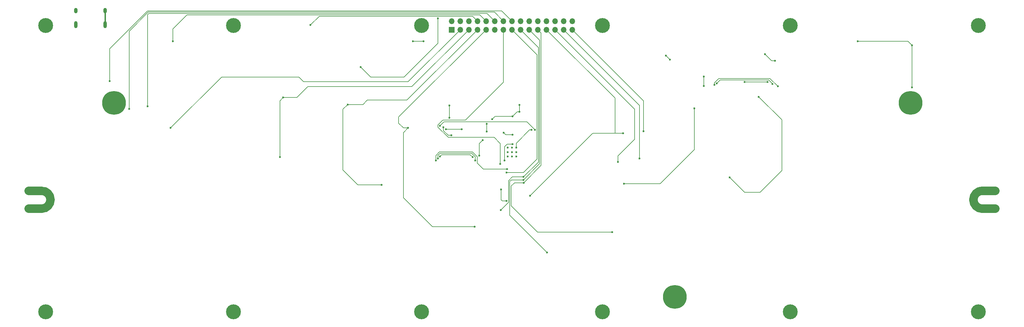
<source format=gtl>
%TF.GenerationSoftware,KiCad,Pcbnew,(5.1.10)-1*%
%TF.CreationDate,2022-02-26T14:39:07-08:00*%
%TF.ProjectId,keefighter,6b656566-6967-4687-9465-722e6b696361,rev?*%
%TF.SameCoordinates,Original*%
%TF.FileFunction,Copper,L1,Top*%
%TF.FilePolarity,Positive*%
%FSLAX46Y46*%
G04 Gerber Fmt 4.6, Leading zero omitted, Abs format (unit mm)*
G04 Created by KiCad (PCBNEW (5.1.10)-1) date 2022-02-26 14:39:07*
%MOMM*%
%LPD*%
G01*
G04 APERTURE LIST*
%TA.AperFunction,EtchedComponent*%
%ADD10C,2.501900*%
%TD*%
%TA.AperFunction,ComponentPad*%
%ADD11C,7.001300*%
%TD*%
%TA.AperFunction,ComponentPad*%
%ADD12C,7.000240*%
%TD*%
%TA.AperFunction,ComponentPad*%
%ADD13C,1.000000*%
%TD*%
%TA.AperFunction,ComponentPad*%
%ADD14C,4.400000*%
%TD*%
%TA.AperFunction,ComponentPad*%
%ADD15O,1.000000X2.100000*%
%TD*%
%TA.AperFunction,ComponentPad*%
%ADD16O,1.000000X1.600000*%
%TD*%
%TA.AperFunction,ComponentPad*%
%ADD17R,1.700000X1.700000*%
%TD*%
%TA.AperFunction,ComponentPad*%
%ADD18O,1.700000X1.700000*%
%TD*%
%TA.AperFunction,ComponentPad*%
%ADD19C,0.600000*%
%TD*%
%TA.AperFunction,ViaPad*%
%ADD20C,0.600000*%
%TD*%
%TA.AperFunction,Conductor*%
%ADD21C,0.200000*%
%TD*%
%TA.AperFunction,Conductor*%
%ADD22C,0.400000*%
%TD*%
G04 APERTURE END LIST*
D10*
X66517003Y-150965590D02*
X70317003Y-150965590D01*
X66517003Y-156267490D02*
X70317003Y-156267490D01*
X347717003Y-156267490D02*
X351567003Y-156267490D01*
X347717003Y-150965590D02*
X351517003Y-150965590D01*
X347717003Y-156267490D02*
G75*
G02*
X345066053Y-153616540I0J2650950D01*
G01*
X345066053Y-153616540D02*
G75*
G02*
X347717003Y-150965590I2650950J0D01*
G01*
X72967953Y-153616540D02*
G75*
G03*
X70317003Y-150965590I-2650950J0D01*
G01*
X70317003Y-156267490D02*
G75*
G03*
X72967953Y-153616540I0J2650950D01*
G01*
D11*
X91717003Y-125016540D03*
D12*
X257017003Y-182316540D03*
X326567003Y-125016540D03*
D13*
X91717003Y-122716540D03*
X89417003Y-125016540D03*
X94017003Y-125016540D03*
X91717003Y-127316540D03*
X90090657Y-123390194D03*
X93343349Y-123390194D03*
X90090657Y-126642886D03*
X93343349Y-126642886D03*
X326567003Y-122716540D03*
X326567003Y-127316540D03*
X327767003Y-127316540D03*
X325367003Y-127316540D03*
X325367003Y-122716540D03*
X327767003Y-122699540D03*
X257017003Y-180016540D03*
X257017003Y-184616540D03*
X258217003Y-180016540D03*
X255817003Y-180016540D03*
X255817003Y-184616540D03*
X258217003Y-184616540D03*
X72917003Y-153616540D03*
X70317003Y-151016540D03*
X70317003Y-156216540D03*
X72155481Y-151778062D03*
X72155481Y-155455018D03*
X68274968Y-151016540D03*
X68274968Y-156216540D03*
X345117003Y-153616540D03*
X345878525Y-151778062D03*
X347717003Y-151016540D03*
X349759038Y-151016540D03*
X349759038Y-156216540D03*
X347717003Y-156216540D03*
X345878525Y-155455018D03*
D14*
X346517237Y-186716430D03*
X291091534Y-186716431D03*
X235665831Y-186716431D03*
X182368175Y-186716430D03*
X126942325Y-186716430D03*
X71516476Y-186716430D03*
X71516510Y-102116490D03*
X126942343Y-102116303D03*
X182368175Y-102116115D03*
X235665898Y-102116115D03*
X291091450Y-102116403D03*
X346517003Y-102116691D03*
D15*
X80396904Y-101896690D03*
X89036904Y-101896690D03*
D16*
X80396904Y-97716690D03*
X89036904Y-97716690D03*
D17*
X191236854Y-103385684D03*
D18*
X191236854Y-100845684D03*
X193776854Y-103385684D03*
X193776854Y-100845684D03*
X196316854Y-103385684D03*
X196316854Y-100845684D03*
X198856854Y-103385684D03*
X198856854Y-100845684D03*
X201396854Y-103385684D03*
X201396854Y-100845684D03*
X203936854Y-103385684D03*
X203936854Y-100845684D03*
X206476854Y-103385684D03*
X206476854Y-100845684D03*
X209016854Y-103385684D03*
X209016854Y-100845684D03*
X211556854Y-103385684D03*
X211556854Y-100845684D03*
X214096854Y-103385684D03*
X214096854Y-100845684D03*
X216636854Y-103385684D03*
X216636854Y-100845684D03*
X219176854Y-103385684D03*
X219176854Y-100845684D03*
X221716854Y-103385684D03*
X221716854Y-100845684D03*
X224256854Y-103385684D03*
X224256854Y-100845684D03*
X226796854Y-103385684D03*
X226796854Y-100845684D03*
D19*
X207742003Y-140804040D03*
X209017003Y-140804040D03*
X210292003Y-140804040D03*
X207742003Y-139529040D03*
X209017003Y-139529040D03*
X210292003Y-139529040D03*
X207742003Y-138254040D03*
X209017003Y-138254040D03*
X210292003Y-138254040D03*
D20*
X214800000Y-133000000D03*
X207400000Y-154000000D03*
X205800000Y-150600000D03*
X209200000Y-129000000D03*
X211200000Y-127600000D03*
X211200000Y-125599979D03*
X201600000Y-131200000D03*
X201600000Y-133475000D03*
X200400000Y-136000000D03*
X203200000Y-129800000D03*
X199400000Y-140600000D03*
X179800000Y-106800000D03*
X189600000Y-132800000D03*
X194200000Y-132800000D03*
X183000000Y-106800000D03*
X327000000Y-108000000D03*
X311000000Y-106800000D03*
X286600000Y-112600000D03*
X283600000Y-110600000D03*
X265600000Y-120047011D03*
X265600000Y-117200000D03*
X255600000Y-112200000D03*
X254400000Y-111000000D03*
X327000000Y-120400000D03*
X90402024Y-118602024D03*
X109010759Y-106800000D03*
X149634302Y-102000000D03*
X187200000Y-100000040D03*
X164400000Y-114400000D03*
X190600000Y-125800000D03*
X190600000Y-129400000D03*
X198179102Y-142020898D03*
X187200000Y-141400000D03*
X108400000Y-132400000D03*
X284400000Y-118800010D03*
X277600000Y-118800010D03*
X96164534Y-126764534D03*
X141600000Y-123400000D03*
X140600000Y-141000000D03*
X187800000Y-140800000D03*
X197400000Y-141000000D03*
X170600000Y-149200000D03*
X160600000Y-125484318D03*
X198000000Y-161600000D03*
X178400000Y-132400000D03*
X269400000Y-119246991D03*
X285800000Y-119400010D03*
X191200000Y-134600000D03*
X188800000Y-132200000D03*
X101600000Y-126000000D03*
X241813136Y-134011128D03*
X214400000Y-152400000D03*
X262800000Y-126600000D03*
X242077008Y-148877008D03*
X240314975Y-142485025D03*
X273200000Y-147000000D03*
X281800000Y-123200000D03*
X246600000Y-141400000D03*
X247800000Y-133400000D03*
X205600000Y-143000000D03*
X268710485Y-119652666D03*
X287400000Y-120112008D03*
X209200000Y-137200000D03*
X206800000Y-142000000D03*
X206612500Y-133787500D03*
X209217003Y-134382997D03*
X215800000Y-133000000D03*
X187800000Y-131800000D03*
X186600000Y-142000000D03*
X207600000Y-144600000D03*
X207400000Y-145600000D03*
X212450082Y-146890265D03*
X205741703Y-156658297D03*
X212453576Y-147742289D03*
X219400000Y-169200000D03*
X212474963Y-148612205D03*
X238600000Y-163200000D03*
D21*
X214800000Y-133000000D02*
X214200000Y-133000000D01*
X210292003Y-136907997D02*
X210292003Y-138254040D01*
X214200000Y-133000000D02*
X210292003Y-136907997D01*
X207400000Y-154000000D02*
X206200000Y-154000000D01*
X206200000Y-154000000D02*
X205800000Y-153600000D01*
X211200000Y-127600000D02*
X211200000Y-125599979D01*
X210600000Y-127600000D02*
X209200000Y-129000000D01*
X211200000Y-127600000D02*
X210600000Y-127600000D01*
X201600000Y-131200000D02*
X201600000Y-133475000D01*
X205800000Y-150600000D02*
X205800000Y-153600000D01*
X199400000Y-137000000D02*
X200400000Y-136000000D01*
X199400000Y-140600000D02*
X199400000Y-137000000D01*
X204000000Y-129000000D02*
X203200000Y-129800000D01*
X204000000Y-129000000D02*
X209200000Y-129000000D01*
X189600000Y-132800000D02*
X194200000Y-132800000D01*
X183000000Y-106800000D02*
X179800000Y-106800000D01*
X325800000Y-106800000D02*
X311000000Y-106800000D01*
X327000000Y-108000000D02*
X325800000Y-106800000D01*
X285600000Y-112600000D02*
X283600000Y-110600000D01*
X286600000Y-112600000D02*
X285600000Y-112600000D01*
X265600000Y-120047011D02*
X265600000Y-117200000D01*
X255600000Y-112200000D02*
X254400000Y-111000000D01*
D22*
X89036904Y-97716690D02*
X89036904Y-101896690D01*
D21*
X327000000Y-108000000D02*
X327000000Y-120400000D01*
X90402024Y-108997976D02*
X90402024Y-118602024D01*
X209016854Y-100845684D02*
X205971170Y-97800000D01*
X101600000Y-97800000D02*
X90402024Y-108997976D01*
X205971170Y-97800000D02*
X101600000Y-97800000D01*
X201396854Y-100845684D02*
X199551200Y-99000030D01*
X199551200Y-99000030D02*
X113199970Y-99000030D01*
X109010759Y-103189241D02*
X109010759Y-106800000D01*
X113199970Y-99000030D02*
X109010759Y-103189241D01*
X198856854Y-100845684D02*
X197411210Y-99400040D01*
X152234262Y-99400040D02*
X149634302Y-102000000D01*
X197411210Y-99400040D02*
X152234262Y-99400040D01*
X187200000Y-100000040D02*
X187200000Y-107400000D01*
X187200000Y-107400000D02*
X177200000Y-117400000D01*
X167400000Y-117400000D02*
X164400000Y-114400000D01*
X177200000Y-117400000D02*
X167400000Y-117400000D01*
X190600000Y-125800000D02*
X190600000Y-129400000D01*
X187200000Y-140511998D02*
X187200000Y-141400000D01*
X187795589Y-139916409D02*
X187200000Y-140511998D01*
X197204411Y-139916409D02*
X187795589Y-139916409D01*
X198179102Y-140891100D02*
X197204411Y-139916409D01*
X198179102Y-142020898D02*
X198179102Y-140891100D01*
X193776854Y-103385684D02*
X178400000Y-118762538D01*
X178400000Y-118762538D02*
X147562538Y-118762538D01*
X147562538Y-118762538D02*
X146200000Y-117400000D01*
X146200000Y-117400000D02*
X123400000Y-117400000D01*
X123400000Y-117400000D02*
X108400000Y-132400000D01*
X284400000Y-118800010D02*
X277600000Y-118800010D01*
X206476854Y-100845684D02*
X203831180Y-98200010D01*
X203831180Y-98200010D02*
X101765688Y-98200010D01*
X96164534Y-103801164D02*
X96164534Y-126764534D01*
X101765688Y-98200010D02*
X96164534Y-103801164D01*
X141600000Y-123400000D02*
X140600000Y-124400000D01*
X140600000Y-124400000D02*
X140600000Y-141000000D01*
X187800000Y-140800000D02*
X188283581Y-140316419D01*
X196716419Y-140316419D02*
X188283581Y-140316419D01*
X196716419Y-140316419D02*
X197400000Y-141000000D01*
X196316854Y-103385684D02*
X179502538Y-120200000D01*
X179502538Y-120200000D02*
X148800000Y-120200000D01*
X145600000Y-123400000D02*
X141600000Y-123400000D01*
X148800000Y-120200000D02*
X145600000Y-123400000D01*
X159200000Y-144800000D02*
X163600000Y-149200000D01*
X159200000Y-126884318D02*
X159200000Y-144800000D01*
X160600000Y-125484318D02*
X159200000Y-126884318D01*
X166400000Y-149200000D02*
X166600000Y-149200000D01*
X170600000Y-149200000D02*
X166400000Y-149200000D01*
X163600000Y-149200000D02*
X166400000Y-149200000D01*
X198856854Y-103385684D02*
X178042538Y-124200000D01*
X178042538Y-124200000D02*
X166400000Y-124200000D01*
X165115682Y-125484318D02*
X160600000Y-125484318D01*
X166400000Y-124200000D02*
X165115682Y-125484318D01*
X177000000Y-153000000D02*
X185600000Y-161600000D01*
X198000000Y-161600000D02*
X193400000Y-161600000D01*
X193400000Y-161600000D02*
X193800000Y-161600000D01*
X185600000Y-161600000D02*
X193400000Y-161600000D01*
X177000000Y-133800000D02*
X177000000Y-134400000D01*
X178400000Y-132400000D02*
X177000000Y-133800000D01*
X177000000Y-134400000D02*
X177000000Y-153000000D01*
X178400000Y-132400000D02*
X177000000Y-132400000D01*
X177000000Y-132400000D02*
X175600000Y-131000000D01*
X175600000Y-129182538D02*
X201396854Y-103385684D01*
X175600000Y-131000000D02*
X175600000Y-129182538D01*
X285800000Y-119312008D02*
X285800000Y-119400010D01*
X284688001Y-118200009D02*
X285800000Y-119312008D01*
X270446982Y-118200009D02*
X284688001Y-118200009D01*
X269400000Y-119246991D02*
X270446982Y-118200009D01*
X188800000Y-132200000D02*
X188800000Y-133200000D01*
X190200000Y-134600000D02*
X191200000Y-134600000D01*
X188800000Y-133200000D02*
X190200000Y-134600000D01*
X203936854Y-100845684D02*
X201691190Y-98600020D01*
X201691190Y-98600020D02*
X101931376Y-98600020D01*
X101600000Y-98931396D02*
X101600000Y-126000000D01*
X101931376Y-98600020D02*
X101600000Y-98931396D01*
X214400000Y-152400000D02*
X232788872Y-134011128D01*
X232788872Y-134011128D02*
X232988872Y-134011128D01*
X232988872Y-134011128D02*
X232786569Y-134011128D01*
X241813136Y-134011128D02*
X239811128Y-134011128D01*
X219176854Y-103385684D02*
X239400000Y-123608830D01*
X239400000Y-134000000D02*
X239411128Y-134011128D01*
X239400000Y-123608830D02*
X239400000Y-134000000D01*
X239411128Y-134011128D02*
X232988872Y-134011128D01*
X239811128Y-134011128D02*
X239411128Y-134011128D01*
X262800000Y-126600000D02*
X262800000Y-138800000D01*
X252722992Y-148877008D02*
X253000000Y-148600000D01*
X242077008Y-148877008D02*
X252722992Y-148877008D01*
X262800000Y-138800000D02*
X253000000Y-148600000D01*
X240314975Y-140685025D02*
X240314975Y-142485025D01*
X245200000Y-135800000D02*
X240314975Y-140685025D01*
X221716854Y-103385684D02*
X245200000Y-126868830D01*
X245200000Y-126868830D02*
X245200000Y-130800000D01*
X245200000Y-130800000D02*
X245200000Y-135800000D01*
X245200000Y-130264830D02*
X245200000Y-130800000D01*
X288600000Y-145000000D02*
X282200000Y-151400000D01*
X277600000Y-151400000D02*
X281000000Y-151400000D01*
X273200000Y-147000000D02*
X277600000Y-151400000D01*
X281000000Y-151400000D02*
X280800000Y-151400000D01*
X282200000Y-151400000D02*
X281000000Y-151400000D01*
X288600000Y-130000000D02*
X288600000Y-133600000D01*
X281800000Y-123200000D02*
X288600000Y-130000000D01*
X288600000Y-133600000D02*
X288600000Y-145000000D01*
X246600000Y-125728830D02*
X246035585Y-125164415D01*
X246600000Y-141400000D02*
X246600000Y-125728830D01*
X246035585Y-125164415D02*
X246471170Y-125600000D01*
X224256854Y-103385684D02*
X246035585Y-125164415D01*
X226796854Y-103385684D02*
X247800000Y-124388830D01*
X247800000Y-124388830D02*
X247800000Y-133400000D01*
X205600000Y-137034321D02*
X205600000Y-143000000D01*
X187199999Y-132165698D02*
X190234302Y-135200001D01*
X190234302Y-135200001D02*
X203765680Y-135200001D01*
X187199999Y-131511999D02*
X187199999Y-132165698D01*
X203765680Y-135200001D02*
X205600000Y-137034321D01*
X188623997Y-130088001D02*
X187199999Y-131511999D01*
X195309780Y-130088001D02*
X188623997Y-130088001D01*
X206476854Y-118920927D02*
X195309780Y-130088001D01*
X206476854Y-106781684D02*
X206476854Y-118920927D01*
X206476854Y-106781684D02*
X206476854Y-103385684D01*
X285087991Y-117799999D02*
X287400000Y-120112008D01*
X269958990Y-117799999D02*
X285087991Y-117799999D01*
X268710485Y-119048504D02*
X269958990Y-117799999D01*
X268710485Y-119652666D02*
X268710485Y-119048504D01*
X209200000Y-137200000D02*
X207600000Y-137200000D01*
X207600000Y-137200000D02*
X206800000Y-138000000D01*
X206800000Y-138000000D02*
X206800000Y-142000000D01*
X206600000Y-133800000D02*
X206612500Y-133787500D01*
X207207997Y-134382997D02*
X206612500Y-133787500D01*
X209217003Y-134382997D02*
X207207997Y-134382997D01*
X213399999Y-130599999D02*
X215800000Y-133000000D01*
X189000001Y-130599999D02*
X213399999Y-130599999D01*
X187800000Y-131800000D02*
X189000001Y-130599999D01*
X198800000Y-140946299D02*
X198800000Y-142800020D01*
X187629900Y-139516399D02*
X197370100Y-139516399D01*
X197370100Y-139516399D02*
X198800000Y-140946299D01*
X186600000Y-140546299D02*
X187629900Y-139516399D01*
X186600000Y-142000000D02*
X186600000Y-140546299D01*
X200599980Y-144600000D02*
X198800000Y-142800020D01*
X207600000Y-144600000D02*
X200599980Y-144600000D01*
X216400001Y-110768831D02*
X209016854Y-103385684D01*
X216400001Y-141599999D02*
X216400001Y-110768831D01*
X212400000Y-145600000D02*
X216400001Y-141599999D01*
X207400000Y-145600000D02*
X212400000Y-145600000D01*
X212450082Y-146890265D02*
X209109735Y-146890265D01*
X209109735Y-146890265D02*
X208000000Y-148000000D01*
X208000000Y-148000000D02*
X208000001Y-154288001D01*
X208000001Y-154399999D02*
X208000001Y-154288001D01*
X205741703Y-156658297D02*
X208000001Y-154399999D01*
X216800011Y-108628841D02*
X211556854Y-103385684D01*
X216800011Y-142540336D02*
X216800011Y-108628841D01*
X212450082Y-146890265D02*
X216800011Y-142540336D01*
X212453576Y-147742289D02*
X208857711Y-147742289D01*
X208857711Y-147742289D02*
X208400009Y-148199990D01*
X208400009Y-158200009D02*
X219400000Y-169200000D01*
X208400009Y-148199990D02*
X208400009Y-158200009D01*
X217200021Y-106488851D02*
X214096854Y-103385684D01*
X217200021Y-142995844D02*
X217200021Y-106488851D01*
X212453576Y-147742289D02*
X217200021Y-142995844D01*
X212474963Y-148612205D02*
X209787795Y-148612205D01*
X209787795Y-148612205D02*
X208800019Y-149599981D01*
X208800019Y-149599981D02*
X208800019Y-155400019D01*
X216600000Y-163200000D02*
X238600000Y-163200000D01*
X208800019Y-155400019D02*
X216600000Y-163200000D01*
X217600031Y-104348861D02*
X216636854Y-103385684D01*
X217600031Y-143487137D02*
X217600031Y-104348861D01*
X212474963Y-148612205D02*
X217600031Y-143487137D01*
M02*

</source>
